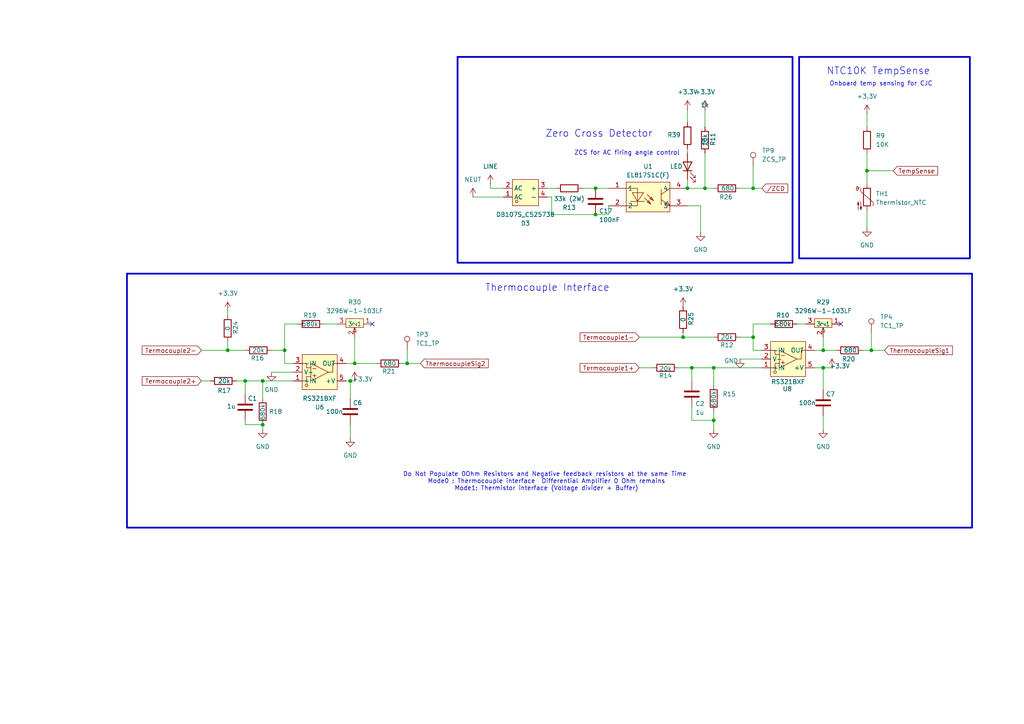
<source format=kicad_sch>
(kicad_sch (version 20250114) (generator "eeschema") (generator_version "9.0")
  (paper "A4")
  (lib_symbols
    (symbol "Connector:TestPoint" (pin_numbers (hide yes)) (pin_names (offset 0.762) (hide yes))
      (property "Reference" "TP" (at 0 6.858 0))
      (property "Value" "TestPoint" (at 0 5.08 0))
      (symbol "TestPoint_0_1"
        (circle (center 0 3.302) (radius 0.762))
      )
      (symbol "TestPoint_1_1"
        (pin passive line (at 0 0 90) (length 2.54) (name "1") (number "1"))
      )
    )
    (symbol "Device:C" (pin_numbers (hide yes)) (pin_names (offset 0.254))
      (property "Reference" "C" (at 0.635 2.54 0))
      (property "Value" "C" (at 0.635 -2.54 0))
      (symbol "C_0_1"
        (polyline (pts (xy -2.032 0.762) (xy 2.032 0.762)) (stroke (width 0.508)))
        (polyline (pts (xy -2.032 -0.762) (xy 2.032 -0.762)) (stroke (width 0.508)))
      )
      (symbol "C_1_1"
        (pin passive line (at 0 3.81 270) (length 2.794) (name "~") (number "1"))
        (pin passive line (at 0 -3.81 90) (length 2.794) (name "~") (number "2"))
      )
    )
    (symbol "Device:LED" (pin_numbers (hide yes)) (pin_names (offset 1.016) (hide yes))
      (property "Reference" "D" (at 0 2.54 0))
      (property "Value" "LED" (at 0 -2.54 0))
      (symbol "LED_0_1"
        (polyline (pts (xy -3.048 -0.762) (xy -4.572 -2.286) (xy -3.81 -2.286) (xy -4.572 -2.286) (xy -4.572 -1.524)))
        (polyline (pts (xy -1.778 -0.762) (xy -3.302 -2.286) (xy -2.54 -2.286) (xy -3.302 -2.286) (xy -3.302 -1.524)))
        (polyline (pts (xy -1.27 0) (xy 1.27 0)))
        (polyline (pts (xy -1.27 -1.27) (xy -1.27 1.27)) (stroke (width 0.254)))
        (polyline (pts (xy 1.27 -1.27) (xy 1.27 1.27) (xy -1.27 0) (xy 1.27 -1.27)) (stroke (width 0.254)))
      )
      (symbol "LED_1_1"
        (pin passive line (at -3.81 0 0) (length 2.54) (name "K") (number "1"))
        (pin passive line (at 3.81 0 180) (length 2.54) (name "A") (number "2"))
      )
    )
    (symbol "Device:R" (pin_numbers (hide yes)) (pin_names (offset 0))
      (property "Reference" "R" (at 2.032 0 90))
      (property "Value" "R" (at 0 0 90))
      (symbol "R_0_1"
        (rectangle (start -1.016 -2.54) (end 1.016 2.54) (stroke (width 0.254)))
      )
      (symbol "R_1_1"
        (pin passive line (at 0 3.81 270) (length 1.27) (name "~") (number "1"))
        (pin passive line (at 0 -3.81 90) (length 1.27) (name "~") (number "2"))
      )
    )
    (symbol "Device:Thermistor_NTC" (pin_numbers (hide yes)) (pin_names (offset 0))
      (property "Reference" "TH" (at -4.445 0 90))
      (property "Value" "Thermistor_NTC" (at 3.175 0 90))
      (symbol "Thermistor_NTC_0_1"
        (arc (start -3.175 2.413) (mid -3.0506 2.3165) (end -3.048 2.159))
        (arc (start -3.048 2.794) (mid -2.9736 2.9736) (end -2.794 3.048))
        (arc (start -2.794 3.048) (mid -2.6144 2.9736) (end -2.54 2.794))
        (arc (start -2.794 2.54) (mid -2.9736 2.6144) (end -3.048 2.794))
        (arc (start -2.794 1.905) (mid -2.9736 1.9794) (end -3.048 2.159))
        (arc (start -2.54 2.159) (mid -2.6144 1.9794) (end -2.794 1.905))
        (arc (start -2.159 2.794) (mid -2.434 2.5608) (end -2.794 2.54))
        (polyline (pts (xy -2.54 2.159) (xy -2.54 2.794)))
        (polyline (pts (xy -2.54 -3.683) (xy -2.54 -1.397) (xy -2.794 -2.159) (xy -2.286 -2.159) (xy -2.54 -1.397) (xy -2.54 -1.651)) (fill (type outline)))
        (polyline (pts (xy -1.778 2.54) (xy -1.778 1.524) (xy 1.778 -1.524) (xy 1.778 -2.54)))
        (polyline (pts (xy -1.778 -1.397) (xy -1.778 -3.683) (xy -2.032 -2.921) (xy -1.524 -2.921) (xy -1.778 -3.683) (xy -1.778 -3.429)) (fill (type outline)))
        (rectangle (start -1.016 2.54) (end 1.016 -2.54) (stroke (width 0.254)))
      )
      (symbol "Thermistor_NTC_1_1"
        (pin passive line (at 0 3.81 270) (length 1.27) (name "~") (number "1"))
        (pin passive line (at 0 -3.81 90) (length 1.27) (name "~") (number "2"))
      )
    )
    (symbol "EasyEDA:3296W-1-103LF"
      (property "Reference" "R" (at 0 10.16 0))
      (property "Value" "3296W-1-103LF" (at 0 -10.16 0))
      (symbol "3296W-1-103LF_0_1"
        (polyline (pts (xy -0.25 0) (xy -1.52 0)))
        (polyline (pts (xy 0.25 0) (xy -1.02 -0.51) (xy -1.02 0.51) (xy 0.25 0)) (fill (type background)))
        (polyline (pts (xy 0.25 -2.54) (xy 0.25 2.54) (xy 2.79 2.54) (xy 2.79 -2.54) (xy 0.25 -2.54)) (fill (type background)))
        (pin input line (at -2.54 0 0) (length 2.54) (name "2") (number "2"))
        (pin input line (at 1.27 5.08 270) (length 2.54) (name "1") (number "1"))
        (pin input line (at 1.27 -5.08 90) (length 2.54) (name "3") (number "3"))
      )
    )
    (symbol "EasyEDA:DB107S_C525738"
      (property "Reference" "D" (at 0 6.35 0))
      (property "Value" "DB107S_C525738" (at 0 -6.35 0))
      (symbol "DB107S_C525738_0_1"
        (rectangle (start -3.81 3.81) (end 3.81 -3.81) (fill (type background)))
        (circle (center -2.54 2.54) (radius 0.38))
        (pin unspecified line (at -6.35 1.27 0) (length 2.54) (name "AC") (number "1"))
        (pin unspecified line (at -6.35 -1.27 0) (length 2.54) (name "AC") (number "2"))
        (pin unspecified line (at 6.35 1.27 180) (length 2.54) (name "-") (number "4"))
        (pin unspecified line (at 6.35 -1.27 180) (length 2.54) (name "+") (number "3"))
      )
    )
    (symbol "EasyEDA:EL817S1C(F)"
      (property "Reference" "U" (at 0 7.62 0))
      (property "Value" "EL817S1C(F)" (at 0 -7.62 0))
      (symbol "EL817S1C(F)_0_1"
        (rectangle (start -7.62 4.32) (end 5.08 -4.32) (fill (type background)))
        (polyline (pts (xy -7.62 2.54) (xy -4.32 2.54) (xy -4.32 -2.54) (xy -7.62 -2.54)))
        (polyline (pts (xy -5.84 1.27) (xy -4.32 -1.27) (xy -2.54 1.27) (xy -5.84 1.27)) (fill (type background)))
        (polyline (pts (xy -2.29 -0.25) (xy -0.51 -2.03)))
        (polyline (pts (xy -2.29 -1.27) (xy -6.35 -1.27)))
        (polyline (pts (xy -1.52 0.76) (xy 0.25 -1.02)))
        (polyline (pts (xy -0.51 -2.03) (xy -1.02 -1.02) (xy -1.52 -1.52) (xy -0.51 -2.03)) (fill (type background)))
        (polyline (pts (xy 0.25 -1.02) (xy -0.25 0) (xy -0.76 -0.51) (xy 0.25 -1.02)) (fill (type background)))
        (polyline (pts (xy 2.54 2.29) (xy 2.54 -2.29)))
        (polyline (pts (xy 2.54 -0.76) (xy 5.08 -2.54)))
        (polyline (pts (xy 5.08 2.54) (xy 2.54 0.76)))
        (polyline (pts (xy 5.08 -2.54) (xy 4.32 -1.27) (xy 3.56 -2.29) (xy 5.08 -2.54)) (fill (type background)))
        (pin unspecified line (at -12.7 2.54 0) (length 5.08) (name "1") (number "1"))
        (pin unspecified line (at -12.7 -2.54 0) (length 5.08) (name "2") (number "2"))
        (pin unspecified line (at 10.16 2.54 180) (length 5.08) (name "4") (number "4"))
        (pin unspecified line (at 10.16 -2.54 180) (length 5.08) (name "3") (number "3"))
      )
    )
    (symbol "EasyEDA:RS321BXF"
      (property "Reference" "U" (at 0 7.62 0))
      (property "Value" "RS321BXF" (at 0 -7.62 0))
      (symbol "RS321BXF_0_1"
        (rectangle (start -5.08 5.08) (end 5.08 -5.08) (fill (type background)))
        (polyline (pts (xy -5.08 2.54) (xy -3.81 2.54) (xy -3.81 1.27) (xy -2.54 1.27)))
        (polyline (pts (xy -5.08 -2.54) (xy -3.81 -2.54) (xy -3.81 -1.27) (xy -2.54 -1.27)))
        (circle (center -3.81 3.81) (radius 0.38))
        (polyline (pts (xy -2.54 -2.54) (xy 2.54 0) (xy -2.54 2.54) (xy -2.54 -2.54)) (fill (type background)))
        (polyline (pts (xy -1.52 0.51) (xy -1.52 1.52)))
        (polyline (pts (xy -1.02 1.02) (xy -2.03 1.02) (xy -2.03 1.02)))
        (polyline (pts (xy -1.02 -1.02) (xy -2.03 -1.02)))
        (polyline (pts (xy 2.54 0) (xy 3.81 0) (xy 3.81 -2.54) (xy 5.08 -2.54)))
        (pin unspecified line (at -7.62 2.54 0) (length 2.54) (name "+IN") (number "1"))
        (pin unspecified line (at -7.62 0 0) (length 2.54) (name "V-") (number "2"))
        (pin unspecified line (at -7.62 -2.54 0) (length 2.54) (name "-IN") (number "3"))
        (pin unspecified line (at 7.62 2.54 180) (length 2.54) (name "+V") (number "5"))
        (pin unspecified line (at 7.62 -2.54 180) (length 2.54) (name "OUT") (number "4"))
      )
    )
    (symbol "power:+12V" (power) (pin_numbers (hide yes)) (pin_names (offset 0) (hide yes))
      (property "Value" "+12V" (at 0 3.556 0))
      (symbol "+12V_0_1"
        (polyline (pts (xy -0.762 1.27) (xy 0 2.54)))
        (polyline (pts (xy 0 2.54) (xy 0.762 1.27)))
        (polyline (pts (xy 0 0) (xy 0 2.54)))
      )
      (symbol "+12V_1_1"
        (pin power_in line (at 0 0 90) (length 0) (name "~") (number "1"))
      )
    )
    (symbol "power:+3.3V" (power) (pin_numbers (hide yes)) (pin_names (offset 0) (hide yes))
      (property "Value" "+3.3V" (at 0 3.556 0))
      (symbol "+3.3V_0_1"
        (polyline (pts (xy -0.762 1.27) (xy 0 2.54)))
        (polyline (pts (xy 0 2.54) (xy 0.762 1.27)))
        (polyline (pts (xy 0 0) (xy 0 2.54)))
      )
      (symbol "+3.3V_1_1"
        (pin power_in line (at 0 0 90) (length 0) (name "~") (number "1"))
      )
    )
    (symbol "power:GND" (power) (pin_numbers (hide yes)) (pin_names (offset 0) (hide yes))
      (property "Value" "GND" (at 0 -3.81 0))
      (symbol "GND_0_1"
        (polyline (pts (xy 0 0) (xy 0 -1.27) (xy 1.27 -1.27) (xy 0 -2.54) (xy -1.27 -1.27) (xy 0 -1.27)))
      )
      (symbol "GND_1_1"
        (pin power_in line (at 0 0 270) (length 0) (name "~") (number "1"))
      )
    )
    (symbol "power:LINE" (power) (pin_numbers (hide yes)) (pin_names (offset 0) (hide yes))
      (property "Value" "LINE" (at 0 3.556 0))
      (symbol "LINE_0_1"
        (polyline (pts (xy -0.762 1.27) (xy 0 2.54)))
        (polyline (pts (xy 0 2.54) (xy 0.762 1.27)))
        (polyline (pts (xy 0 0) (xy 0 2.54)))
      )
      (symbol "LINE_1_1"
        (pin power_in line (at 0 0 90) (length 0) (name "~") (number "1"))
      )
    )
    (symbol "power:NEUT" (power) (pin_numbers (hide yes)) (pin_names (offset 0) (hide yes))
      (property "Value" "NEUT" (at 0 3.556 0))
      (symbol "NEUT_0_1"
        (polyline (pts (xy -0.762 1.27) (xy 0 2.54)))
        (polyline (pts (xy 0 2.54) (xy 0.762 1.27)))
        (polyline (pts (xy 0 0) (xy 0 2.54)))
      )
      (symbol "NEUT_1_1"
        (pin power_in line (at 0 0 90) (length 0) (name "~") (number "1"))
      )
    )
  )
  (rectangle (start 36.83 79.375) (end 281.94 153.035) (stroke (width 0.508)))
  (rectangle (start 231.775 16.51) (end 281.305 74.93) (stroke (width 0.508)))
  (rectangle (start 132.715 16.51) (end 229.87 76.2) (stroke (width 0.508)))
  (text "Zero Cross Detector" (at 173.736 38.862 0) (effects (font (size 2.032 2.032))))
  (text "Do Not Populate 0Ohm Resistors and Negative feedback resistors at the same Time \nMode0 : Thermocouple interface  Differential Amplifier 0 Ohm remains\nMode1: Thermistor interface (Voltage divider + Buffer)\n" (at 158.496 139.7 0) (effects (font (size 1.27 1.27))))
  (text "Thermocouple Interface" (at 158.75 83.566 0) (effects (font (size 2.032 2.032))))
  (text "NTC10K TempSense\n\n" (at 254.762 22.352 0) (effects (font (size 2.032 2.032))))
  (text "ZCS for AC firing angle control\n" (at 181.864 44.45 0) (effects (font (size 1.27 1.27))))
  (text "Onboard temp sensing for CJC\n" (at 255.524 24.384 0) (effects (font (size 1.27 1.27))))
  (junction (at 207.01 106.68))
  (junction (at 207.01 121.92))
  (junction (at 204.47 54.61))
  (junction (at 238.76 106.68))
  (junction (at 66.04 101.6))
  (junction (at 172.72 54.61))
  (junction (at 251.46 49.53))
  (junction (at 172.72 62.23))
  (junction (at 218.44 97.79))
  (junction (at 71.12 110.49))
  (junction (at 118.11 105.41))
  (junction (at 238.76 101.6))
  (junction (at 82.55 101.6))
  (junction (at 218.44 54.61))
  (junction (at 252.73 101.6))
  (junction (at 198.12 97.79))
  (junction (at 76.2 110.49))
  (junction (at 101.6 110.49))
  (junction (at 76.2 123.19))
  (junction (at 200.66 106.68))
  (junction (at 199.39 54.61))
  (junction (at 102.87 105.41))
  (no_connect (at 243.84 93.98))
  (no_connect (at 107.95 93.98))
  (wire (pts (xy 198.12 96.52) (xy 198.12 97.79)))
  (wire (pts (xy 158.75 54.61) (xy 161.29 54.61)))
  (wire (pts (xy 118.11 105.41) (xy 121.92 105.41)))
  (wire (pts (xy 58.42 110.49) (xy 60.96 110.49)))
  (wire (pts (xy 251.46 44.45) (xy 251.46 49.53)))
  (wire (pts (xy 238.76 106.68) (xy 236.22 106.68)))
  (wire (pts (xy 252.73 96.52) (xy 252.73 101.6)))
  (wire (pts (xy 218.44 101.6) (xy 218.44 97.79)))
  (wire (pts (xy 101.6 110.49) (xy 101.6 115.57)))
  (wire (pts (xy 214.63 97.79) (xy 218.44 97.79)))
  (wire (pts (xy 231.14 93.98) (xy 233.68 93.98)))
  (wire (pts (xy 66.04 99.06) (xy 66.04 101.6)))
  (wire (pts (xy 251.46 49.53) (xy 259.08 49.53)))
  (wire (pts (xy 68.58 110.49) (xy 71.12 110.49)))
  (wire (pts (xy 142.24 54.61) (xy 146.05 54.61)))
  (wire (pts (xy 93.98 93.98) (xy 97.79 93.98)))
  (wire (pts (xy 196.85 106.68) (xy 200.66 106.68)))
  (wire (pts (xy 172.72 62.23) (xy 176.53 62.23)))
  (wire (pts (xy 71.12 110.49) (xy 76.2 110.49)))
  (wire (pts (xy 200.66 106.68) (xy 200.66 110.49)))
  (wire (pts (xy 252.73 101.6) (xy 256.54 101.6)))
  (wire (pts (xy 199.39 59.69) (xy 203.2 59.69)))
  (wire (pts (xy 214.63 104.14) (xy 220.98 104.14)))
  (wire (pts (xy 204.47 31.75) (xy 204.47 36.83)))
  (wire (pts (xy 78.74 101.6) (xy 82.55 101.6)))
  (wire (pts (xy 207.01 106.68) (xy 207.01 111.76)))
  (wire (pts (xy 118.11 101.6) (xy 118.11 105.41)))
  (wire (pts (xy 200.66 118.11) (xy 200.66 121.92)))
  (wire (pts (xy 58.42 101.6) (xy 66.04 101.6)))
  (wire (pts (xy 137.16 57.15) (xy 146.05 57.15)))
  (wire (pts (xy 241.3 106.68) (xy 238.76 106.68)))
  (wire (pts (xy 238.76 101.6) (xy 242.57 101.6)))
  (wire (pts (xy 116.84 105.41) (xy 118.11 105.41)))
  (wire (pts (xy 71.12 110.49) (xy 71.12 114.3)))
  (wire (pts (xy 200.66 106.68) (xy 207.01 106.68)))
  (wire (pts (xy 238.76 97.79) (xy 238.76 101.6)))
  (wire (pts (xy 238.76 120.65) (xy 238.76 124.46)))
  (wire (pts (xy 66.04 90.17) (xy 66.04 91.44)))
  (wire (pts (xy 185.42 106.68) (xy 189.23 106.68)))
  (wire (pts (xy 204.47 44.45) (xy 204.47 54.61)))
  (wire (pts (xy 101.6 110.49) (xy 102.87 110.49)))
  (wire (pts (xy 86.36 93.98) (xy 82.55 93.98)))
  (wire (pts (xy 236.22 101.6) (xy 238.76 101.6)))
  (wire (pts (xy 82.55 93.98) (xy 82.55 101.6)))
  (wire (pts (xy 102.87 97.79) (xy 102.87 105.41)))
  (wire (pts (xy 100.33 110.49) (xy 101.6 110.49)))
  (wire (pts (xy 251.46 60.96) (xy 251.46 66.04)))
  (wire (pts (xy 76.2 123.19) (xy 76.2 124.46)))
  (wire (pts (xy 102.87 105.41) (xy 109.22 105.41)))
  (wire (pts (xy 200.66 121.92) (xy 207.01 121.92)))
  (wire (pts (xy 82.55 105.41) (xy 82.55 101.6)))
  (wire (pts (xy 71.12 123.19) (xy 76.2 123.19)))
  (wire (pts (xy 160.02 62.23) (xy 160.02 57.15)))
  (wire (pts (xy 251.46 33.02) (xy 251.46 36.83)))
  (wire (pts (xy 160.02 57.15) (xy 158.75 57.15)))
  (wire (pts (xy 199.39 52.07) (xy 199.39 54.61)))
  (wire (pts (xy 76.2 110.49) (xy 85.09 110.49)))
  (wire (pts (xy 142.24 53.34) (xy 142.24 54.61)))
  (wire (pts (xy 176.53 62.23) (xy 176.53 59.69)))
  (wire (pts (xy 185.42 97.79) (xy 198.12 97.79)))
  (wire (pts (xy 76.2 110.49) (xy 76.2 115.57)))
  (wire (pts (xy 199.39 31.75) (xy 199.39 35.56)))
  (wire (pts (xy 100.33 105.41) (xy 102.87 105.41)))
  (wire (pts (xy 238.76 106.68) (xy 238.76 113.03)))
  (wire (pts (xy 71.12 121.92) (xy 71.12 123.19)))
  (wire (pts (xy 207.01 106.68) (xy 220.98 106.68)))
  (wire (pts (xy 85.09 105.41) (xy 82.55 105.41)))
  (wire (pts (xy 66.04 101.6) (xy 71.12 101.6)))
  (wire (pts (xy 218.44 93.98) (xy 223.52 93.98)))
  (wire (pts (xy 160.02 62.23) (xy 172.72 62.23)))
  (wire (pts (xy 218.44 97.79) (xy 218.44 93.98)))
  (wire (pts (xy 198.12 97.79) (xy 207.01 97.79)))
  (wire (pts (xy 218.44 48.26) (xy 218.44 54.61)))
  (wire (pts (xy 172.72 54.61) (xy 176.53 54.61)))
  (wire (pts (xy 207.01 121.92) (xy 207.01 124.46)))
  (wire (pts (xy 204.47 54.61) (xy 207.01 54.61)))
  (wire (pts (xy 207.01 119.38) (xy 207.01 121.92)))
  (wire (pts (xy 199.39 54.61) (xy 204.47 54.61)))
  (wire (pts (xy 168.91 54.61) (xy 172.72 54.61)))
  (wire (pts (xy 203.2 59.69) (xy 203.2 67.31)))
  (wire (pts (xy 199.39 43.18) (xy 199.39 44.45)))
  (wire (pts (xy 101.6 123.19) (xy 101.6 127)))
  (wire (pts (xy 250.19 101.6) (xy 252.73 101.6)))
  (wire (pts (xy 214.63 54.61) (xy 218.44 54.61)))
  (wire (pts (xy 218.44 54.61) (xy 220.98 54.61)))
  (wire (pts (xy 251.46 49.53) (xy 251.46 53.34)))
  (wire (pts (xy 220.98 101.6) (xy 218.44 101.6)))
  (wire (pts (xy 78.74 107.95) (xy 85.09 107.95)))
  (global_label "ThermocoupleSig1" (shape input) (at 256.54 101.6 0) (property "Intersheetrefs" "${INTERSHEET_REFS}" (effects (hide yes))))
  (global_label "Termocouple1+" (shape input) (at 185.42 106.68 180) (property "Intersheetrefs" "${INTERSHEET_REFS}" (effects (hide yes))))
  (global_label "TempSense" (shape input) (at 259.08 49.53 0) (property "Intersheetrefs" "${INTERSHEET_REFS}" (effects (hide yes))))
  (global_label "Termocouple2-" (shape input) (at 58.42 101.6 180) (property "Intersheetrefs" "${INTERSHEET_REFS}" (effects (hide yes))))
  (global_label "{slash}ZCD" (shape input) (at 220.98 54.61 0) (property "Intersheetrefs" "${INTERSHEET_REFS}" (effects (hide yes))))
  (global_label "Termocouple2+" (shape input) (at 58.42 110.49 180) (property "Intersheetrefs" "${INTERSHEET_REFS}" (effects (hide yes))))
  (global_label "ThermocoupleSig2" (shape input) (at 121.92 105.41 0) (property "Intersheetrefs" "${INTERSHEET_REFS}" (effects (hide yes))))
  (global_label "Termocouple1-" (shape input) (at 185.42 97.79 180) (property "Intersheetrefs" "${INTERSHEET_REFS}" (effects (hide yes))))
  (symbol (lib_id "power:+12V") (at 102.87 110.49 0) (unit 1)
    (property "Reference" "#PWR024" (effects (hide yes)))
    (property "Value" "+3.3V" (at 105.156 109.982 0))
    (property "Description" "Power symbol creates a global label with name \"+12V\"" (effects (hide yes)))
  )
  (symbol (lib_id "Device:R") (at 251.46 40.64 0) (unit 1)
    (property "Reference" "R9" (at 254 39.3699 0) (effects (justify left)))
    (property "Value" "10K" (at 254 41.9099 0) (effects (justify left)))
    (property "Footprint" "Resistor_SMD:R_1206_3216Metric_Pad1.30x1.75mm_HandSolder" (effects (hide yes)))
    (property "Description" "Resistor" (effects (hide yes)))
  )
  (symbol (lib_id "EasyEDA:3296W-1-103LF") (at 238.76 95.25 270) (mirror x) (unit 1)
    (property "Reference" "R29" (at 238.76 87.63 90))
    (property "Value" "3296W-1-103LF" (at 238.76 90.17 90))
    (property "Footprint" "EasyEDA:RES-ADJ-TH_3296W" (effects (hide yes)))
    (property "Datasheet" "https://lcsc.com/product-detail/Precision-Potentiometer_BOURNS_3296W-1-103LF_10KR_C34846.html" (effects (hide yes)))
    (property "LCSC Part" "C34846" (effects (hide yes)))
  )
  (symbol (lib_id "power:GND") (at 251.46 66.04 0) (unit 1)
    (property "Reference" "#PWR011" (effects (hide yes)))
    (property "Value" "GND" (at 251.46 71.12 0))
    (property "Description" "Power symbol creates a global label with name \"GND\" , ground" (effects (hide yes)))
  )
  (symbol (lib_id "power:GND") (at 214.63 104.14 0) (unit 1)
    (property "Reference" "#PWR043" (effects (hide yes)))
    (property "Value" "GND" (at 212.09 104.648 0))
    (property "Description" "Power symbol creates a global label with name \"GND\" , ground" (effects (hide yes)))
  )
  (symbol (lib_id "Device:R") (at 76.2 119.38 0) (mirror y) (unit 1)
    (property "Reference" "R18" (at 77.978 119.38 0) (effects (justify right)))
    (property "Value" "680k" (at 76.2 117.094 90) (effects (justify right)))
    (property "Footprint" "Resistor_SMD:R_1206_3216Metric_Pad1.30x1.75mm_HandSolder" (effects (hide yes)))
    (property "Description" "Resistor" (effects (hide yes)))
  )
  (symbol (lib_id "EasyEDA:RS321BXF") (at 228.6 104.14 0) (mirror x) (unit 1)
    (property "Reference" "U8" (at 228.346 112.776 0))
    (property "Value" "RS321BXF" (at 228.6 110.744 0))
    (property "Footprint" "EasyEDA:SOT-23-5_L2.9-W1.6-P0.95-LS2.8-BL" (effects (hide yes)))
    (property "Datasheet" "https://lcsc.com/product-detail/General-Purpose-Amplifiers_Jiangsu-RUNIC-Tech-RS321BXF_C237022.html" (effects (hide yes)))
    (property "LCSC Part" "C237022" (effects (hide yes)))
  )
  (symbol (lib_id "power:+12V") (at 241.3 106.68 0) (unit 1)
    (property "Reference" "#PWR023" (effects (hide yes)))
    (property "Value" "+3.3V" (at 243.586 106.172 0))
    (property "Description" "Power symbol creates a global label with name \"+12V\"" (effects (hide yes)))
  )
  (symbol (lib_id "Device:R") (at 227.33 93.98 90) (mirror x) (unit 1)
    (property "Reference" "R10" (at 227.076 91.44 90))
    (property "Value" "680k" (at 227.076 93.98 90))
    (property "Footprint" "Resistor_SMD:R_1206_3216Metric_Pad1.30x1.75mm_HandSolder" (effects (hide yes)))
    (property "Description" "Resistor" (effects (hide yes)))
  )
  (symbol (lib_id "EasyEDA:DB107S_C525738") (at 152.4 55.88 0) (mirror x) (unit 1)
    (property "Reference" "D3" (at 152.4 64.77 0))
    (property "Value" "DB107S_C525738" (at 152.4 62.23 0))
    (property "Footprint" "EasyEDA:DBS_L8.4-W6.4-P5.10-LS10.2-BL" (effects (hide yes)))
    (property "Datasheet" "https://lcsc.com/product-detail/Bridge-Rectifiers_GOODWORK-DB107S_C525738.html" (effects (hide yes)))
    (property "LCSC Part" "C525738" (effects (hide yes)))
  )
  (symbol (lib_id "Connector:TestPoint") (at 118.11 101.6 0) (unit 1)
    (property "Reference" "TP3" (at 120.65 97.0279 0) (effects (justify left)))
    (property "Value" "TC1_TP" (at 120.65 99.5679 0) (effects (justify left)))
    (property "Footprint" "TestPoint:TestPoint_THTPad_2.0x2.0mm_Drill1.0mm" (effects (hide yes)))
    (property "Description" "test point" (effects (hide yes)))
  )
  (symbol (lib_id "Device:R") (at 193.04 106.68 270) (unit 1)
    (property "Reference" "R14" (at 193.04 108.966 90))
    (property "Value" "20k" (at 193.04 106.934 90))
    (property "Footprint" "Resistor_SMD:R_1206_3216Metric_Pad1.30x1.75mm_HandSolder" (effects (hide yes)))
    (property "Description" "Resistor" (effects (hide yes)))
  )
  (symbol (lib_id "EasyEDA:EL817S1C(F)") (at 189.23 57.15 0) (unit 1)
    (property "Reference" "U1" (at 187.96 48.26 0))
    (property "Value" "EL817S1C(F)" (at 187.96 50.8 0))
    (property "Footprint" "EasyEDA:SOP-4_L6.5-W4.6-P2.54-LS10.3-TL" (effects (hide yes)))
    (property "LCSC Part" "C2912100" (effects (hide yes)))
  )
  (symbol (lib_id "Device:R") (at 210.82 97.79 270) (mirror x) (unit 1)
    (property "Reference" "R12" (at 210.82 100.076 90))
    (property "Value" "20k" (at 210.82 97.79 90))
    (property "Footprint" "Resistor_SMD:R_1206_3216Metric_Pad1.30x1.75mm_HandSolder" (effects (hide yes)))
    (property "Description" "Resistor" (effects (hide yes)))
  )
  (symbol (lib_id "power:GND") (at 78.74 107.95 0) (unit 1)
    (property "Reference" "#PWR042" (effects (hide yes)))
    (property "Value" "GND" (at 78.74 113.03 0))
    (property "Description" "Power symbol creates a global label with name \"GND\" , ground" (effects (hide yes)))
  )
  (symbol (lib_id "Device:Thermistor_NTC") (at 251.46 57.15 0) (unit 1)
    (property "Reference" "TH1" (at 254 56.1974 0) (effects (justify left)))
    (property "Value" "Thermistor_NTC" (at 254 58.7374 0) (effects (justify left)))
    (property "Footprint" "Resistor_THT:R_Axial_DIN0207_L6.3mm_D2.5mm_P2.54mm_Vertical" (effects (hide yes)))
    (property "Description" "Temperature dependent resistor, negative temperature coefficient" (effects (hide yes)))
  )
  (symbol (lib_id "power:NEUT") (at 137.16 57.15 0) (unit 1)
    (property "Reference" "#PWR014" (effects (hide yes)))
    (property "Value" "NEUT" (at 137.16 52.07 0))
    (property "Description" "Power symbol creates a global label with name \"NEUT\"" (effects (hide yes)))
  )
  (symbol (lib_id "Device:R") (at 204.47 40.64 180) (unit 1)
    (property "Reference" "R11" (at 206.756 40.386 90))
    (property "Value" "10k" (at 204.47 40.64 90))
    (property "Footprint" "Resistor_SMD:R_1206_3216Metric_Pad1.30x1.75mm_HandSolder" (effects (hide yes)))
    (property "Description" "Resistor" (effects (hide yes)))
  )
  (symbol (lib_id "Device:R") (at 207.01 115.57 0) (mirror y) (unit 1)
    (property "Reference" "R15" (at 209.55 114.2999 0) (effects (justify right)))
    (property "Value" "680k" (at 207.01 113.284 90) (effects (justify right)))
    (property "Footprint" "Resistor_SMD:R_1206_3216Metric_Pad1.30x1.75mm_HandSolder" (effects (hide yes)))
    (property "Description" "Resistor" (effects (hide yes)))
  )
  (symbol (lib_id "power:GND") (at 101.6 127 0) (unit 1)
    (property "Reference" "#PWR022" (effects (hide yes)))
    (property "Value" "GND" (at 101.6 132.08 0))
    (property "Description" "Power symbol creates a global label with name \"GND\" , ground" (effects (hide yes)))
  )
  (symbol (lib_id "power:+3.3V") (at 204.47 31.75 0) (unit 1)
    (property "Reference" "#PWR016" (effects (hide yes)))
    (property "Value" "+3.3V" (at 204.47 26.67 0))
    (property "Description" "Power symbol creates a global label with name \"+3.3V\"" (effects (hide yes)))
  )
  (symbol (lib_id "power:GND") (at 76.2 124.46 0) (unit 1)
    (property "Reference" "#PWR021" (effects (hide yes)))
    (property "Value" "GND" (at 76.2 129.54 0))
    (property "Description" "Power symbol creates a global label with name \"GND\" , ground" (effects (hide yes)))
  )
  (symbol (lib_id "Device:R") (at 90.17 93.98 90) (mirror x) (unit 1)
    (property "Reference" "R19" (at 89.916 91.44 90))
    (property "Value" "680k" (at 89.916 93.98 90))
    (property "Footprint" "Resistor_SMD:R_1206_3216Metric_Pad1.30x1.75mm_HandSolder" (effects (hide yes)))
    (property "Description" "Resistor" (effects (hide yes)))
  )
  (symbol (lib_id "Device:R") (at 113.03 105.41 270) (mirror x) (unit 1)
    (property "Reference" "R21" (at 112.776 107.696 90))
    (property "Value" "680" (at 113.03 105.41 90))
    (property "Footprint" "Resistor_SMD:R_1206_3216Metric_Pad1.30x1.75mm_HandSolder" (effects (hide yes)))
    (property "Description" "Resistor" (effects (hide yes)))
  )
  (symbol (lib_id "Device:C") (at 172.72 58.42 0) (unit 1)
    (property "Reference" "C17" (at 173.736 61.214 0) (effects (justify left)))
    (property "Value" "100nF" (at 173.736 63.754 0) (effects (justify left)))
    (property "Footprint" "Capacitor_SMD:C_1206_3216Metric_Pad1.33x1.80mm_HandSolder" (effects (hide yes)))
    (property "Description" "Unpolarized capacitor" (effects (hide yes)))
  )
  (symbol (lib_id "Device:R") (at 74.93 101.6 270) (mirror x) (unit 1)
    (property "Reference" "R16" (at 74.676 103.886 90))
    (property "Value" "20k" (at 74.93 101.6 90))
    (property "Footprint" "Resistor_SMD:R_1206_3216Metric_Pad1.30x1.75mm_HandSolder" (effects (hide yes)))
    (property "Description" "Resistor" (effects (hide yes)))
  )
  (symbol (lib_id "power:+12V") (at 198.12 88.9 0) (unit 1)
    (property "Reference" "#PWR040" (effects (hide yes)))
    (property "Value" "+3.3V" (at 198.12 83.82 0))
    (property "Description" "Power symbol creates a global label with name \"+12V\"" (effects (hide yes)))
  )
  (symbol (lib_id "Device:R") (at 199.39 39.37 0) (unit 1)
    (property "Reference" "R39" (at 193.548 39.116 0) (effects (justify left)))
    (property "Value" "1k" (at 203.2 30.4799 0) (effects (justify left)))
    (property "Footprint" "Resistor_SMD:R_1206_3216Metric_Pad1.30x1.75mm_HandSolder" (effects (hide yes)))
    (property "Description" "Resistor" (effects (hide yes)))
  )
  (symbol (lib_id "Device:LED") (at 199.39 48.26 90) (unit 1)
    (property "Reference" "D7" (at 203.2 40.9574 90) (effects (justify right)))
    (property "Value" "LED" (at 194.31 48.26 90) (effects (justify right)))
    (property "Footprint" "LED_SMD:LED_1206_3216Metric_Pad1.42x1.75mm_HandSolder" (effects (hide yes)))
    (property "Description" "Light emitting diode" (effects (hide yes)))
    (property "Sim.Pins" "1=K 2=A" (effects (hide yes)))
  )
  (symbol (lib_id "Device:R") (at 165.1 54.61 270) (unit 1)
    (property "Reference" "R13" (at 165.1 60.198 90))
    (property "Value" "33k (2W)" (at 165.1 57.658 90))
    (property "Footprint" "Resistor_THT:R_Axial_DIN0414_L11.9mm_D4.5mm_P15.24mm_Horizontal" (effects (hide yes)))
    (property "Description" "Resistor" (effects (hide yes)))
  )
  (symbol (lib_id "power:GND") (at 203.2 67.31 0) (unit 1)
    (property "Reference" "#PWR015" (effects (hide yes)))
    (property "Value" "GND" (at 203.2 72.39 0))
    (property "Description" "Power symbol creates a global label with name \"GND\" , ground" (effects (hide yes)))
  )
  (symbol (lib_id "Connector:TestPoint") (at 252.73 96.52 0) (unit 1)
    (property "Reference" "TP4" (at 255.27 91.9479 0) (effects (justify left)))
    (property "Value" "TC1_TP" (at 255.27 94.4879 0) (effects (justify left)))
    (property "Footprint" "TestPoint:TestPoint_THTPad_2.0x2.0mm_Drill1.0mm" (effects (hide yes)))
    (property "Description" "test point" (effects (hide yes)))
  )
  (symbol (lib_id "Device:C") (at 238.76 116.84 0) (unit 1)
    (property "Reference" "C7" (at 239.522 114.3 0) (effects (justify left)))
    (property "Value" "100n" (at 231.648 116.84 0) (effects (justify left)))
    (property "Footprint" "Capacitor_SMD:C_1206_3216Metric_Pad1.33x1.80mm_HandSolder" (effects (hide yes)))
    (property "Description" "Unpolarized capacitor" (effects (hide yes)))
  )
  (symbol (lib_id "Device:C") (at 200.66 114.3 0) (unit 1)
    (property "Reference" "C2" (at 201.676 117.094 0) (effects (justify left)))
    (property "Value" "1u" (at 201.676 119.634 0) (effects (justify left)))
    (property "Footprint" "Capacitor_SMD:C_1206_3216Metric_Pad1.33x1.80mm_HandSolder" (effects (hide yes)))
    (property "Description" "Unpolarized capacitor" (effects (hide yes)))
  )
  (symbol (lib_id "Device:R") (at 246.38 101.6 270) (mirror x) (unit 1)
    (property "Reference" "R20" (at 246.126 104.14 90))
    (property "Value" "680" (at 246.634 101.6 90))
    (property "Footprint" "Resistor_SMD:R_1206_3216Metric_Pad1.30x1.75mm_HandSolder" (effects (hide yes)))
    (property "Description" "Resistor" (effects (hide yes)))
  )
  (symbol (lib_id "Connector:TestPoint") (at 218.44 48.26 0) (unit 1)
    (property "Reference" "TP9" (at 220.98 43.6879 0) (effects (justify left)))
    (property "Value" "ZCS_TP" (at 220.98 46.2279 0) (effects (justify left)))
    (property "Footprint" "TestPoint:TestPoint_THTPad_2.0x2.0mm_Drill1.0mm" (effects (hide yes)))
    (property "Description" "test point" (effects (hide yes)))
  )
  (symbol (lib_id "power:+12V") (at 66.04 90.17 0) (unit 1)
    (property "Reference" "#PWR039" (effects (hide yes)))
    (property "Value" "+3.3V" (at 66.04 85.09 0))
    (property "Description" "Power symbol creates a global label with name \"+12V\"" (effects (hide yes)))
  )
  (symbol (lib_id "power:+3.3V") (at 251.46 33.02 0) (unit 1)
    (property "Reference" "#PWR012" (effects (hide yes)))
    (property "Value" "+3.3V" (at 251.46 27.94 0))
    (property "Description" "Power symbol creates a global label with name \"+3.3V\"" (effects (hide yes)))
  )
  (symbol (lib_id "EasyEDA:RS321BXF") (at 92.71 107.95 0) (mirror x) (unit 1)
    (property "Reference" "U6" (at 92.71 118.11 0))
    (property "Value" "RS321BXF" (at 92.71 115.57 0))
    (property "Footprint" "EasyEDA:SOT-23-5_L2.9-W1.6-P0.95-LS2.8-BL" (effects (hide yes)))
    (property "Datasheet" "https://lcsc.com/product-detail/General-Purpose-Amplifiers_Jiangsu-RUNIC-Tech-RS321BXF_C237022.html" (effects (hide yes)))
    (property "LCSC Part" "C237022" (effects (hide yes)))
  )
  (symbol (lib_id "Device:C") (at 101.6 119.38 0) (unit 1)
    (property "Reference" "C6" (at 102.362 116.84 0) (effects (justify left)))
    (property "Value" "100n" (at 94.488 119.38 0) (effects (justify left)))
    (property "Footprint" "Capacitor_SMD:C_1206_3216Metric_Pad1.33x1.80mm_HandSolder" (effects (hide yes)))
    (property "Description" "Unpolarized capacitor" (effects (hide yes)))
  )
  (symbol (lib_id "power:GND") (at 238.76 124.46 0) (unit 1)
    (property "Reference" "#PWR036" (effects (hide yes)))
    (property "Value" "GND" (at 238.76 129.54 0))
    (property "Description" "Power symbol creates a global label with name \"GND\" , ground" (effects (hide yes)))
  )
  (symbol (lib_id "Device:R") (at 198.12 92.71 0) (mirror y) (unit 1)
    (property "Reference" "R25" (at 200.406 92.456 90))
    (property "Value" "0" (at 198.12 92.71 90))
    (property "Footprint" "Resistor_SMD:R_1206_3216Metric_Pad1.30x1.75mm_HandSolder" (effects (hide yes)))
    (property "Description" "Resistor" (effects (hide yes)))
  )
  (symbol (lib_id "power:LINE") (at 142.24 53.34 0) (mirror y) (unit 1)
    (property "Reference" "#PWR013" (effects (hide yes)))
    (property "Value" "LINE" (at 142.24 48.26 0))
    (property "Description" "Power symbol creates a global label with name \"LINE\"" (effects (hide yes)))
  )
  (symbol (lib_id "Device:R") (at 66.04 95.25 0) (mirror y) (unit 1)
    (property "Reference" "R24" (at 68.326 94.996 90))
    (property "Value" "0" (at 66.04 95.25 90))
    (property "Footprint" "Resistor_SMD:R_1206_3216Metric_Pad1.30x1.75mm_HandSolder" (effects (hide yes)))
    (property "Description" "Resistor" (effects (hide yes)))
  )
  (symbol (lib_id "Device:R") (at 64.77 110.49 270) (unit 1)
    (property "Reference" "R17" (at 65.024 113.284 90))
    (property "Value" "20k" (at 65.024 110.49 90))
    (property "Footprint" "Resistor_SMD:R_1206_3216Metric_Pad1.30x1.75mm_HandSolder" (effects (hide yes)))
    (property "Description" "Resistor" (effects (hide yes)))
  )
  (symbol (lib_id "Device:C") (at 71.12 118.11 0) (unit 1)
    (property "Reference" "C1" (at 71.882 115.57 0) (effects (justify left)))
    (property "Value" "1u" (at 65.786 117.856 0) (effects (justify left)))
    (property "Footprint" "Capacitor_SMD:C_1206_3216Metric_Pad1.33x1.80mm_HandSolder" (effects (hide yes)))
    (property "Description" "Unpolarized capacitor" (effects (hide yes)))
  )
  (symbol (lib_id "power:GND") (at 207.01 124.46 0) (unit 1)
    (property "Reference" "#PWR020" (effects (hide yes)))
    (property "Value" "GND" (at 207.01 129.54 0))
    (property "Description" "Power symbol creates a global label with name \"GND\" , ground" (effects (hide yes)))
  )
  (symbol (lib_id "power:+3.3V") (at 199.39 31.75 0) (unit 1)
    (property "Reference" "#PWR017" (effects (hide yes)))
    (property "Value" "+3.3V" (at 199.39 26.67 0))
    (property "Description" "Power symbol creates a global label with name \"+3.3V\"" (effects (hide yes)))
  )
  (symbol (lib_id "Device:R") (at 210.82 54.61 270) (mirror x) (unit 1)
    (property "Reference" "R26" (at 210.566 57.15 90))
    (property "Value" "680" (at 211.074 54.61 90))
    (property "Footprint" "Resistor_SMD:R_1206_3216Metric_Pad1.30x1.75mm_HandSolder" (effects (hide yes)))
    (property "Description" "Resistor" (effects (hide yes)))
  )
  (symbol (lib_id "EasyEDA:3296W-1-103LF") (at 102.87 95.25 270) (mirror x) (unit 1)
    (property "Reference" "R30" (at 102.87 87.63 90))
    (property "Value" "3296W-1-103LF" (at 102.87 90.17 90))
    (property "Footprint" "EasyEDA:RES-ADJ-TH_3296W" (effects (hide yes)))
    (property "Datasheet" "https://lcsc.com/product-detail/Precision-Potentiometer_BOURNS_3296W-1-103LF_10KR_C34846.html" (effects (hide yes)))
    (property "LCSC Part" "C34846" (effects (hide yes)))
  )
)
</source>
